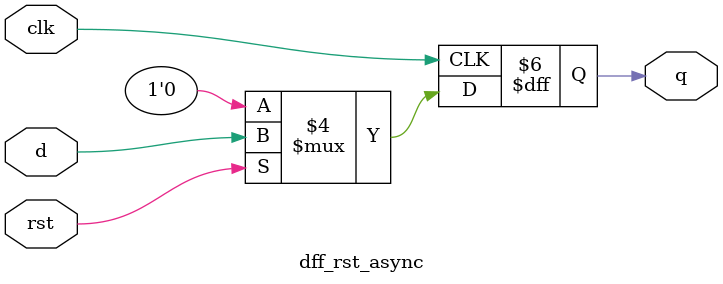
<source format=v>
module dff_rst_async
(input d,clk,rst,
 output reg q);

always @ (posedge clk)
begin
	if(!rst)
	q<=1'b0;
	else
	q<=d;
end
endmodule


</source>
